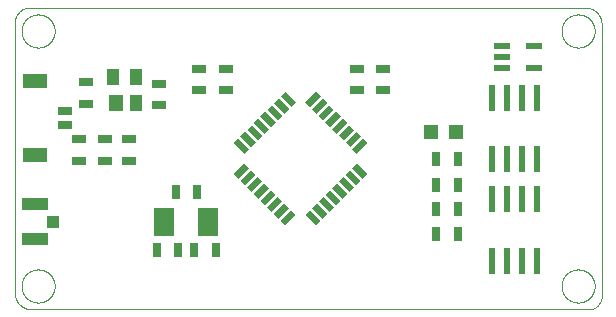
<source format=gtp>
G75*
%MOIN*%
%OFA0B0*%
%FSLAX25Y25*%
%IPPOS*%
%LPD*%
%AMOC8*
5,1,8,0,0,1.08239X$1,22.5*
%
%ADD10C,0.00000*%
%ADD11R,0.04724X0.03150*%
%ADD12R,0.05000X0.02500*%
%ADD13R,0.07874X0.05000*%
%ADD14R,0.03150X0.04724*%
%ADD15R,0.02400X0.08700*%
%ADD16R,0.05000X0.02200*%
%ADD17R,0.02200X0.05000*%
%ADD18R,0.04724X0.04724*%
%ADD19R,0.03937X0.05669*%
%ADD20R,0.04724X0.05669*%
%ADD21R,0.08661X0.04134*%
%ADD22R,0.04134X0.03937*%
%ADD23R,0.06693X0.09449*%
%ADD24R,0.05200X0.02200*%
D10*
X0007281Y0007687D02*
X0193531Y0007687D01*
X0193531Y0007688D02*
X0193663Y0007712D01*
X0193793Y0007741D01*
X0193923Y0007773D01*
X0194052Y0007809D01*
X0194180Y0007849D01*
X0194306Y0007892D01*
X0194431Y0007939D01*
X0194555Y0007990D01*
X0194677Y0008044D01*
X0194798Y0008102D01*
X0194917Y0008164D01*
X0195034Y0008228D01*
X0195149Y0008296D01*
X0195262Y0008368D01*
X0195373Y0008443D01*
X0195482Y0008520D01*
X0195588Y0008601D01*
X0195692Y0008686D01*
X0195794Y0008773D01*
X0195893Y0008863D01*
X0195989Y0008955D01*
X0196082Y0009051D01*
X0196173Y0009149D01*
X0196261Y0009250D01*
X0196346Y0009353D01*
X0196428Y0009459D01*
X0196506Y0009567D01*
X0196582Y0009678D01*
X0196654Y0009790D01*
X0196723Y0009905D01*
X0196789Y0010021D01*
X0196851Y0010140D01*
X0196910Y0010260D01*
X0196965Y0010382D01*
X0197017Y0010505D01*
X0197065Y0010630D01*
X0197109Y0010756D01*
X0197150Y0010884D01*
X0197187Y0011012D01*
X0197220Y0011142D01*
X0197249Y0011272D01*
X0197275Y0011403D01*
X0197297Y0011535D01*
X0197315Y0011668D01*
X0197329Y0011801D01*
X0197339Y0011934D01*
X0197346Y0012068D01*
X0197348Y0012202D01*
X0197347Y0012335D01*
X0197341Y0012469D01*
X0197332Y0012602D01*
X0197319Y0012735D01*
X0197302Y0012868D01*
X0197281Y0013000D01*
X0197281Y0103000D01*
X0197275Y0103146D01*
X0197265Y0103291D01*
X0197251Y0103436D01*
X0197233Y0103581D01*
X0197212Y0103725D01*
X0197186Y0103868D01*
X0197157Y0104011D01*
X0197124Y0104153D01*
X0197087Y0104294D01*
X0197047Y0104434D01*
X0197003Y0104572D01*
X0196955Y0104710D01*
X0196903Y0104846D01*
X0196848Y0104981D01*
X0196790Y0105114D01*
X0196727Y0105246D01*
X0196662Y0105376D01*
X0196593Y0105504D01*
X0196520Y0105631D01*
X0196444Y0105755D01*
X0196365Y0105877D01*
X0196283Y0105997D01*
X0196197Y0106115D01*
X0196109Y0106231D01*
X0196017Y0106344D01*
X0195922Y0106455D01*
X0195825Y0106563D01*
X0195724Y0106668D01*
X0195621Y0106771D01*
X0195515Y0106871D01*
X0195407Y0106968D01*
X0195296Y0107063D01*
X0195182Y0107154D01*
X0195066Y0107242D01*
X0194948Y0107327D01*
X0194828Y0107409D01*
X0194705Y0107488D01*
X0194580Y0107563D01*
X0194454Y0107635D01*
X0194325Y0107704D01*
X0194195Y0107769D01*
X0194063Y0107830D01*
X0193929Y0107889D01*
X0193794Y0107943D01*
X0193658Y0107994D01*
X0193520Y0108041D01*
X0193381Y0108085D01*
X0193241Y0108125D01*
X0193100Y0108161D01*
X0192958Y0108194D01*
X0192815Y0108222D01*
X0192672Y0108247D01*
X0192528Y0108268D01*
X0192383Y0108285D01*
X0192238Y0108298D01*
X0192093Y0108308D01*
X0191947Y0108313D01*
X0191801Y0108315D01*
X0191656Y0108313D01*
X0191656Y0108312D02*
X0006656Y0108312D01*
X0006516Y0108310D01*
X0006376Y0108304D01*
X0006236Y0108294D01*
X0006096Y0108281D01*
X0005957Y0108263D01*
X0005818Y0108241D01*
X0005681Y0108216D01*
X0005543Y0108187D01*
X0005407Y0108154D01*
X0005272Y0108117D01*
X0005138Y0108076D01*
X0005005Y0108031D01*
X0004873Y0107983D01*
X0004743Y0107931D01*
X0004614Y0107876D01*
X0004487Y0107817D01*
X0004361Y0107754D01*
X0004237Y0107688D01*
X0004116Y0107619D01*
X0003996Y0107546D01*
X0003878Y0107469D01*
X0003763Y0107390D01*
X0003649Y0107307D01*
X0003539Y0107221D01*
X0003430Y0107132D01*
X0003324Y0107040D01*
X0003221Y0106945D01*
X0003120Y0106848D01*
X0003023Y0106747D01*
X0002928Y0106644D01*
X0002836Y0106538D01*
X0002747Y0106429D01*
X0002661Y0106319D01*
X0002578Y0106205D01*
X0002499Y0106090D01*
X0002422Y0105972D01*
X0002349Y0105852D01*
X0002280Y0105731D01*
X0002214Y0105607D01*
X0002151Y0105481D01*
X0002092Y0105354D01*
X0002037Y0105225D01*
X0001985Y0105095D01*
X0001937Y0104963D01*
X0001892Y0104830D01*
X0001851Y0104696D01*
X0001814Y0104561D01*
X0001781Y0104425D01*
X0001752Y0104287D01*
X0001727Y0104150D01*
X0001705Y0104011D01*
X0001687Y0103872D01*
X0001674Y0103732D01*
X0001664Y0103592D01*
X0001658Y0103452D01*
X0001656Y0103312D01*
X0001656Y0013312D01*
X0001658Y0013165D01*
X0001664Y0013018D01*
X0001673Y0012871D01*
X0001687Y0012724D01*
X0001704Y0012578D01*
X0001725Y0012432D01*
X0001750Y0012287D01*
X0001779Y0012142D01*
X0001811Y0011999D01*
X0001848Y0011856D01*
X0001888Y0011714D01*
X0001931Y0011574D01*
X0001979Y0011434D01*
X0002030Y0011296D01*
X0002084Y0011159D01*
X0002142Y0011024D01*
X0002204Y0010890D01*
X0002269Y0010758D01*
X0002338Y0010628D01*
X0002410Y0010499D01*
X0002485Y0010373D01*
X0002563Y0010248D01*
X0002645Y0010126D01*
X0002730Y0010006D01*
X0002818Y0009888D01*
X0002910Y0009772D01*
X0003004Y0009659D01*
X0003101Y0009548D01*
X0003201Y0009440D01*
X0003304Y0009335D01*
X0003409Y0009232D01*
X0003517Y0009132D01*
X0003628Y0009035D01*
X0003741Y0008941D01*
X0003857Y0008849D01*
X0003975Y0008761D01*
X0004095Y0008676D01*
X0004217Y0008594D01*
X0004342Y0008516D01*
X0004469Y0008441D01*
X0004597Y0008369D01*
X0004727Y0008300D01*
X0004859Y0008235D01*
X0004993Y0008173D01*
X0005128Y0008115D01*
X0005265Y0008061D01*
X0005403Y0008010D01*
X0005543Y0007962D01*
X0005683Y0007919D01*
X0005825Y0007879D01*
X0005968Y0007842D01*
X0006111Y0007810D01*
X0006256Y0007781D01*
X0006401Y0007756D01*
X0006547Y0007735D01*
X0006693Y0007718D01*
X0006840Y0007704D01*
X0006987Y0007695D01*
X0007134Y0007689D01*
X0007281Y0007687D01*
X0003957Y0015500D02*
X0003959Y0015648D01*
X0003965Y0015796D01*
X0003975Y0015944D01*
X0003989Y0016091D01*
X0004007Y0016238D01*
X0004028Y0016384D01*
X0004054Y0016530D01*
X0004084Y0016675D01*
X0004117Y0016819D01*
X0004155Y0016962D01*
X0004196Y0017104D01*
X0004241Y0017245D01*
X0004289Y0017385D01*
X0004342Y0017524D01*
X0004398Y0017661D01*
X0004458Y0017796D01*
X0004521Y0017930D01*
X0004588Y0018062D01*
X0004659Y0018192D01*
X0004733Y0018320D01*
X0004810Y0018446D01*
X0004891Y0018570D01*
X0004975Y0018692D01*
X0005062Y0018811D01*
X0005153Y0018928D01*
X0005247Y0019043D01*
X0005343Y0019155D01*
X0005443Y0019265D01*
X0005545Y0019371D01*
X0005651Y0019475D01*
X0005759Y0019576D01*
X0005870Y0019674D01*
X0005983Y0019770D01*
X0006099Y0019862D01*
X0006217Y0019951D01*
X0006338Y0020036D01*
X0006461Y0020119D01*
X0006586Y0020198D01*
X0006713Y0020274D01*
X0006842Y0020346D01*
X0006973Y0020415D01*
X0007106Y0020480D01*
X0007241Y0020541D01*
X0007377Y0020599D01*
X0007514Y0020654D01*
X0007653Y0020704D01*
X0007794Y0020751D01*
X0007935Y0020794D01*
X0008078Y0020834D01*
X0008222Y0020869D01*
X0008366Y0020901D01*
X0008512Y0020928D01*
X0008658Y0020952D01*
X0008805Y0020972D01*
X0008952Y0020988D01*
X0009099Y0021000D01*
X0009247Y0021008D01*
X0009395Y0021012D01*
X0009543Y0021012D01*
X0009691Y0021008D01*
X0009839Y0021000D01*
X0009986Y0020988D01*
X0010133Y0020972D01*
X0010280Y0020952D01*
X0010426Y0020928D01*
X0010572Y0020901D01*
X0010716Y0020869D01*
X0010860Y0020834D01*
X0011003Y0020794D01*
X0011144Y0020751D01*
X0011285Y0020704D01*
X0011424Y0020654D01*
X0011561Y0020599D01*
X0011697Y0020541D01*
X0011832Y0020480D01*
X0011965Y0020415D01*
X0012096Y0020346D01*
X0012225Y0020274D01*
X0012352Y0020198D01*
X0012477Y0020119D01*
X0012600Y0020036D01*
X0012721Y0019951D01*
X0012839Y0019862D01*
X0012955Y0019770D01*
X0013068Y0019674D01*
X0013179Y0019576D01*
X0013287Y0019475D01*
X0013393Y0019371D01*
X0013495Y0019265D01*
X0013595Y0019155D01*
X0013691Y0019043D01*
X0013785Y0018928D01*
X0013876Y0018811D01*
X0013963Y0018692D01*
X0014047Y0018570D01*
X0014128Y0018446D01*
X0014205Y0018320D01*
X0014279Y0018192D01*
X0014350Y0018062D01*
X0014417Y0017930D01*
X0014480Y0017796D01*
X0014540Y0017661D01*
X0014596Y0017524D01*
X0014649Y0017385D01*
X0014697Y0017245D01*
X0014742Y0017104D01*
X0014783Y0016962D01*
X0014821Y0016819D01*
X0014854Y0016675D01*
X0014884Y0016530D01*
X0014910Y0016384D01*
X0014931Y0016238D01*
X0014949Y0016091D01*
X0014963Y0015944D01*
X0014973Y0015796D01*
X0014979Y0015648D01*
X0014981Y0015500D01*
X0014979Y0015352D01*
X0014973Y0015204D01*
X0014963Y0015056D01*
X0014949Y0014909D01*
X0014931Y0014762D01*
X0014910Y0014616D01*
X0014884Y0014470D01*
X0014854Y0014325D01*
X0014821Y0014181D01*
X0014783Y0014038D01*
X0014742Y0013896D01*
X0014697Y0013755D01*
X0014649Y0013615D01*
X0014596Y0013476D01*
X0014540Y0013339D01*
X0014480Y0013204D01*
X0014417Y0013070D01*
X0014350Y0012938D01*
X0014279Y0012808D01*
X0014205Y0012680D01*
X0014128Y0012554D01*
X0014047Y0012430D01*
X0013963Y0012308D01*
X0013876Y0012189D01*
X0013785Y0012072D01*
X0013691Y0011957D01*
X0013595Y0011845D01*
X0013495Y0011735D01*
X0013393Y0011629D01*
X0013287Y0011525D01*
X0013179Y0011424D01*
X0013068Y0011326D01*
X0012955Y0011230D01*
X0012839Y0011138D01*
X0012721Y0011049D01*
X0012600Y0010964D01*
X0012477Y0010881D01*
X0012352Y0010802D01*
X0012225Y0010726D01*
X0012096Y0010654D01*
X0011965Y0010585D01*
X0011832Y0010520D01*
X0011697Y0010459D01*
X0011561Y0010401D01*
X0011424Y0010346D01*
X0011285Y0010296D01*
X0011144Y0010249D01*
X0011003Y0010206D01*
X0010860Y0010166D01*
X0010716Y0010131D01*
X0010572Y0010099D01*
X0010426Y0010072D01*
X0010280Y0010048D01*
X0010133Y0010028D01*
X0009986Y0010012D01*
X0009839Y0010000D01*
X0009691Y0009992D01*
X0009543Y0009988D01*
X0009395Y0009988D01*
X0009247Y0009992D01*
X0009099Y0010000D01*
X0008952Y0010012D01*
X0008805Y0010028D01*
X0008658Y0010048D01*
X0008512Y0010072D01*
X0008366Y0010099D01*
X0008222Y0010131D01*
X0008078Y0010166D01*
X0007935Y0010206D01*
X0007794Y0010249D01*
X0007653Y0010296D01*
X0007514Y0010346D01*
X0007377Y0010401D01*
X0007241Y0010459D01*
X0007106Y0010520D01*
X0006973Y0010585D01*
X0006842Y0010654D01*
X0006713Y0010726D01*
X0006586Y0010802D01*
X0006461Y0010881D01*
X0006338Y0010964D01*
X0006217Y0011049D01*
X0006099Y0011138D01*
X0005983Y0011230D01*
X0005870Y0011326D01*
X0005759Y0011424D01*
X0005651Y0011525D01*
X0005545Y0011629D01*
X0005443Y0011735D01*
X0005343Y0011845D01*
X0005247Y0011957D01*
X0005153Y0012072D01*
X0005062Y0012189D01*
X0004975Y0012308D01*
X0004891Y0012430D01*
X0004810Y0012554D01*
X0004733Y0012680D01*
X0004659Y0012808D01*
X0004588Y0012938D01*
X0004521Y0013070D01*
X0004458Y0013204D01*
X0004398Y0013339D01*
X0004342Y0013476D01*
X0004289Y0013615D01*
X0004241Y0013755D01*
X0004196Y0013896D01*
X0004155Y0014038D01*
X0004117Y0014181D01*
X0004084Y0014325D01*
X0004054Y0014470D01*
X0004028Y0014616D01*
X0004007Y0014762D01*
X0003989Y0014909D01*
X0003975Y0015056D01*
X0003965Y0015204D01*
X0003959Y0015352D01*
X0003957Y0015500D01*
X0183957Y0015500D02*
X0183959Y0015648D01*
X0183965Y0015796D01*
X0183975Y0015944D01*
X0183989Y0016091D01*
X0184007Y0016238D01*
X0184028Y0016384D01*
X0184054Y0016530D01*
X0184084Y0016675D01*
X0184117Y0016819D01*
X0184155Y0016962D01*
X0184196Y0017104D01*
X0184241Y0017245D01*
X0184289Y0017385D01*
X0184342Y0017524D01*
X0184398Y0017661D01*
X0184458Y0017796D01*
X0184521Y0017930D01*
X0184588Y0018062D01*
X0184659Y0018192D01*
X0184733Y0018320D01*
X0184810Y0018446D01*
X0184891Y0018570D01*
X0184975Y0018692D01*
X0185062Y0018811D01*
X0185153Y0018928D01*
X0185247Y0019043D01*
X0185343Y0019155D01*
X0185443Y0019265D01*
X0185545Y0019371D01*
X0185651Y0019475D01*
X0185759Y0019576D01*
X0185870Y0019674D01*
X0185983Y0019770D01*
X0186099Y0019862D01*
X0186217Y0019951D01*
X0186338Y0020036D01*
X0186461Y0020119D01*
X0186586Y0020198D01*
X0186713Y0020274D01*
X0186842Y0020346D01*
X0186973Y0020415D01*
X0187106Y0020480D01*
X0187241Y0020541D01*
X0187377Y0020599D01*
X0187514Y0020654D01*
X0187653Y0020704D01*
X0187794Y0020751D01*
X0187935Y0020794D01*
X0188078Y0020834D01*
X0188222Y0020869D01*
X0188366Y0020901D01*
X0188512Y0020928D01*
X0188658Y0020952D01*
X0188805Y0020972D01*
X0188952Y0020988D01*
X0189099Y0021000D01*
X0189247Y0021008D01*
X0189395Y0021012D01*
X0189543Y0021012D01*
X0189691Y0021008D01*
X0189839Y0021000D01*
X0189986Y0020988D01*
X0190133Y0020972D01*
X0190280Y0020952D01*
X0190426Y0020928D01*
X0190572Y0020901D01*
X0190716Y0020869D01*
X0190860Y0020834D01*
X0191003Y0020794D01*
X0191144Y0020751D01*
X0191285Y0020704D01*
X0191424Y0020654D01*
X0191561Y0020599D01*
X0191697Y0020541D01*
X0191832Y0020480D01*
X0191965Y0020415D01*
X0192096Y0020346D01*
X0192225Y0020274D01*
X0192352Y0020198D01*
X0192477Y0020119D01*
X0192600Y0020036D01*
X0192721Y0019951D01*
X0192839Y0019862D01*
X0192955Y0019770D01*
X0193068Y0019674D01*
X0193179Y0019576D01*
X0193287Y0019475D01*
X0193393Y0019371D01*
X0193495Y0019265D01*
X0193595Y0019155D01*
X0193691Y0019043D01*
X0193785Y0018928D01*
X0193876Y0018811D01*
X0193963Y0018692D01*
X0194047Y0018570D01*
X0194128Y0018446D01*
X0194205Y0018320D01*
X0194279Y0018192D01*
X0194350Y0018062D01*
X0194417Y0017930D01*
X0194480Y0017796D01*
X0194540Y0017661D01*
X0194596Y0017524D01*
X0194649Y0017385D01*
X0194697Y0017245D01*
X0194742Y0017104D01*
X0194783Y0016962D01*
X0194821Y0016819D01*
X0194854Y0016675D01*
X0194884Y0016530D01*
X0194910Y0016384D01*
X0194931Y0016238D01*
X0194949Y0016091D01*
X0194963Y0015944D01*
X0194973Y0015796D01*
X0194979Y0015648D01*
X0194981Y0015500D01*
X0194979Y0015352D01*
X0194973Y0015204D01*
X0194963Y0015056D01*
X0194949Y0014909D01*
X0194931Y0014762D01*
X0194910Y0014616D01*
X0194884Y0014470D01*
X0194854Y0014325D01*
X0194821Y0014181D01*
X0194783Y0014038D01*
X0194742Y0013896D01*
X0194697Y0013755D01*
X0194649Y0013615D01*
X0194596Y0013476D01*
X0194540Y0013339D01*
X0194480Y0013204D01*
X0194417Y0013070D01*
X0194350Y0012938D01*
X0194279Y0012808D01*
X0194205Y0012680D01*
X0194128Y0012554D01*
X0194047Y0012430D01*
X0193963Y0012308D01*
X0193876Y0012189D01*
X0193785Y0012072D01*
X0193691Y0011957D01*
X0193595Y0011845D01*
X0193495Y0011735D01*
X0193393Y0011629D01*
X0193287Y0011525D01*
X0193179Y0011424D01*
X0193068Y0011326D01*
X0192955Y0011230D01*
X0192839Y0011138D01*
X0192721Y0011049D01*
X0192600Y0010964D01*
X0192477Y0010881D01*
X0192352Y0010802D01*
X0192225Y0010726D01*
X0192096Y0010654D01*
X0191965Y0010585D01*
X0191832Y0010520D01*
X0191697Y0010459D01*
X0191561Y0010401D01*
X0191424Y0010346D01*
X0191285Y0010296D01*
X0191144Y0010249D01*
X0191003Y0010206D01*
X0190860Y0010166D01*
X0190716Y0010131D01*
X0190572Y0010099D01*
X0190426Y0010072D01*
X0190280Y0010048D01*
X0190133Y0010028D01*
X0189986Y0010012D01*
X0189839Y0010000D01*
X0189691Y0009992D01*
X0189543Y0009988D01*
X0189395Y0009988D01*
X0189247Y0009992D01*
X0189099Y0010000D01*
X0188952Y0010012D01*
X0188805Y0010028D01*
X0188658Y0010048D01*
X0188512Y0010072D01*
X0188366Y0010099D01*
X0188222Y0010131D01*
X0188078Y0010166D01*
X0187935Y0010206D01*
X0187794Y0010249D01*
X0187653Y0010296D01*
X0187514Y0010346D01*
X0187377Y0010401D01*
X0187241Y0010459D01*
X0187106Y0010520D01*
X0186973Y0010585D01*
X0186842Y0010654D01*
X0186713Y0010726D01*
X0186586Y0010802D01*
X0186461Y0010881D01*
X0186338Y0010964D01*
X0186217Y0011049D01*
X0186099Y0011138D01*
X0185983Y0011230D01*
X0185870Y0011326D01*
X0185759Y0011424D01*
X0185651Y0011525D01*
X0185545Y0011629D01*
X0185443Y0011735D01*
X0185343Y0011845D01*
X0185247Y0011957D01*
X0185153Y0012072D01*
X0185062Y0012189D01*
X0184975Y0012308D01*
X0184891Y0012430D01*
X0184810Y0012554D01*
X0184733Y0012680D01*
X0184659Y0012808D01*
X0184588Y0012938D01*
X0184521Y0013070D01*
X0184458Y0013204D01*
X0184398Y0013339D01*
X0184342Y0013476D01*
X0184289Y0013615D01*
X0184241Y0013755D01*
X0184196Y0013896D01*
X0184155Y0014038D01*
X0184117Y0014181D01*
X0184084Y0014325D01*
X0184054Y0014470D01*
X0184028Y0014616D01*
X0184007Y0014762D01*
X0183989Y0014909D01*
X0183975Y0015056D01*
X0183965Y0015204D01*
X0183959Y0015352D01*
X0183957Y0015500D01*
X0183957Y0100500D02*
X0183959Y0100648D01*
X0183965Y0100796D01*
X0183975Y0100944D01*
X0183989Y0101091D01*
X0184007Y0101238D01*
X0184028Y0101384D01*
X0184054Y0101530D01*
X0184084Y0101675D01*
X0184117Y0101819D01*
X0184155Y0101962D01*
X0184196Y0102104D01*
X0184241Y0102245D01*
X0184289Y0102385D01*
X0184342Y0102524D01*
X0184398Y0102661D01*
X0184458Y0102796D01*
X0184521Y0102930D01*
X0184588Y0103062D01*
X0184659Y0103192D01*
X0184733Y0103320D01*
X0184810Y0103446D01*
X0184891Y0103570D01*
X0184975Y0103692D01*
X0185062Y0103811D01*
X0185153Y0103928D01*
X0185247Y0104043D01*
X0185343Y0104155D01*
X0185443Y0104265D01*
X0185545Y0104371D01*
X0185651Y0104475D01*
X0185759Y0104576D01*
X0185870Y0104674D01*
X0185983Y0104770D01*
X0186099Y0104862D01*
X0186217Y0104951D01*
X0186338Y0105036D01*
X0186461Y0105119D01*
X0186586Y0105198D01*
X0186713Y0105274D01*
X0186842Y0105346D01*
X0186973Y0105415D01*
X0187106Y0105480D01*
X0187241Y0105541D01*
X0187377Y0105599D01*
X0187514Y0105654D01*
X0187653Y0105704D01*
X0187794Y0105751D01*
X0187935Y0105794D01*
X0188078Y0105834D01*
X0188222Y0105869D01*
X0188366Y0105901D01*
X0188512Y0105928D01*
X0188658Y0105952D01*
X0188805Y0105972D01*
X0188952Y0105988D01*
X0189099Y0106000D01*
X0189247Y0106008D01*
X0189395Y0106012D01*
X0189543Y0106012D01*
X0189691Y0106008D01*
X0189839Y0106000D01*
X0189986Y0105988D01*
X0190133Y0105972D01*
X0190280Y0105952D01*
X0190426Y0105928D01*
X0190572Y0105901D01*
X0190716Y0105869D01*
X0190860Y0105834D01*
X0191003Y0105794D01*
X0191144Y0105751D01*
X0191285Y0105704D01*
X0191424Y0105654D01*
X0191561Y0105599D01*
X0191697Y0105541D01*
X0191832Y0105480D01*
X0191965Y0105415D01*
X0192096Y0105346D01*
X0192225Y0105274D01*
X0192352Y0105198D01*
X0192477Y0105119D01*
X0192600Y0105036D01*
X0192721Y0104951D01*
X0192839Y0104862D01*
X0192955Y0104770D01*
X0193068Y0104674D01*
X0193179Y0104576D01*
X0193287Y0104475D01*
X0193393Y0104371D01*
X0193495Y0104265D01*
X0193595Y0104155D01*
X0193691Y0104043D01*
X0193785Y0103928D01*
X0193876Y0103811D01*
X0193963Y0103692D01*
X0194047Y0103570D01*
X0194128Y0103446D01*
X0194205Y0103320D01*
X0194279Y0103192D01*
X0194350Y0103062D01*
X0194417Y0102930D01*
X0194480Y0102796D01*
X0194540Y0102661D01*
X0194596Y0102524D01*
X0194649Y0102385D01*
X0194697Y0102245D01*
X0194742Y0102104D01*
X0194783Y0101962D01*
X0194821Y0101819D01*
X0194854Y0101675D01*
X0194884Y0101530D01*
X0194910Y0101384D01*
X0194931Y0101238D01*
X0194949Y0101091D01*
X0194963Y0100944D01*
X0194973Y0100796D01*
X0194979Y0100648D01*
X0194981Y0100500D01*
X0194979Y0100352D01*
X0194973Y0100204D01*
X0194963Y0100056D01*
X0194949Y0099909D01*
X0194931Y0099762D01*
X0194910Y0099616D01*
X0194884Y0099470D01*
X0194854Y0099325D01*
X0194821Y0099181D01*
X0194783Y0099038D01*
X0194742Y0098896D01*
X0194697Y0098755D01*
X0194649Y0098615D01*
X0194596Y0098476D01*
X0194540Y0098339D01*
X0194480Y0098204D01*
X0194417Y0098070D01*
X0194350Y0097938D01*
X0194279Y0097808D01*
X0194205Y0097680D01*
X0194128Y0097554D01*
X0194047Y0097430D01*
X0193963Y0097308D01*
X0193876Y0097189D01*
X0193785Y0097072D01*
X0193691Y0096957D01*
X0193595Y0096845D01*
X0193495Y0096735D01*
X0193393Y0096629D01*
X0193287Y0096525D01*
X0193179Y0096424D01*
X0193068Y0096326D01*
X0192955Y0096230D01*
X0192839Y0096138D01*
X0192721Y0096049D01*
X0192600Y0095964D01*
X0192477Y0095881D01*
X0192352Y0095802D01*
X0192225Y0095726D01*
X0192096Y0095654D01*
X0191965Y0095585D01*
X0191832Y0095520D01*
X0191697Y0095459D01*
X0191561Y0095401D01*
X0191424Y0095346D01*
X0191285Y0095296D01*
X0191144Y0095249D01*
X0191003Y0095206D01*
X0190860Y0095166D01*
X0190716Y0095131D01*
X0190572Y0095099D01*
X0190426Y0095072D01*
X0190280Y0095048D01*
X0190133Y0095028D01*
X0189986Y0095012D01*
X0189839Y0095000D01*
X0189691Y0094992D01*
X0189543Y0094988D01*
X0189395Y0094988D01*
X0189247Y0094992D01*
X0189099Y0095000D01*
X0188952Y0095012D01*
X0188805Y0095028D01*
X0188658Y0095048D01*
X0188512Y0095072D01*
X0188366Y0095099D01*
X0188222Y0095131D01*
X0188078Y0095166D01*
X0187935Y0095206D01*
X0187794Y0095249D01*
X0187653Y0095296D01*
X0187514Y0095346D01*
X0187377Y0095401D01*
X0187241Y0095459D01*
X0187106Y0095520D01*
X0186973Y0095585D01*
X0186842Y0095654D01*
X0186713Y0095726D01*
X0186586Y0095802D01*
X0186461Y0095881D01*
X0186338Y0095964D01*
X0186217Y0096049D01*
X0186099Y0096138D01*
X0185983Y0096230D01*
X0185870Y0096326D01*
X0185759Y0096424D01*
X0185651Y0096525D01*
X0185545Y0096629D01*
X0185443Y0096735D01*
X0185343Y0096845D01*
X0185247Y0096957D01*
X0185153Y0097072D01*
X0185062Y0097189D01*
X0184975Y0097308D01*
X0184891Y0097430D01*
X0184810Y0097554D01*
X0184733Y0097680D01*
X0184659Y0097808D01*
X0184588Y0097938D01*
X0184521Y0098070D01*
X0184458Y0098204D01*
X0184398Y0098339D01*
X0184342Y0098476D01*
X0184289Y0098615D01*
X0184241Y0098755D01*
X0184196Y0098896D01*
X0184155Y0099038D01*
X0184117Y0099181D01*
X0184084Y0099325D01*
X0184054Y0099470D01*
X0184028Y0099616D01*
X0184007Y0099762D01*
X0183989Y0099909D01*
X0183975Y0100056D01*
X0183965Y0100204D01*
X0183959Y0100352D01*
X0183957Y0100500D01*
X0003957Y0100500D02*
X0003959Y0100648D01*
X0003965Y0100796D01*
X0003975Y0100944D01*
X0003989Y0101091D01*
X0004007Y0101238D01*
X0004028Y0101384D01*
X0004054Y0101530D01*
X0004084Y0101675D01*
X0004117Y0101819D01*
X0004155Y0101962D01*
X0004196Y0102104D01*
X0004241Y0102245D01*
X0004289Y0102385D01*
X0004342Y0102524D01*
X0004398Y0102661D01*
X0004458Y0102796D01*
X0004521Y0102930D01*
X0004588Y0103062D01*
X0004659Y0103192D01*
X0004733Y0103320D01*
X0004810Y0103446D01*
X0004891Y0103570D01*
X0004975Y0103692D01*
X0005062Y0103811D01*
X0005153Y0103928D01*
X0005247Y0104043D01*
X0005343Y0104155D01*
X0005443Y0104265D01*
X0005545Y0104371D01*
X0005651Y0104475D01*
X0005759Y0104576D01*
X0005870Y0104674D01*
X0005983Y0104770D01*
X0006099Y0104862D01*
X0006217Y0104951D01*
X0006338Y0105036D01*
X0006461Y0105119D01*
X0006586Y0105198D01*
X0006713Y0105274D01*
X0006842Y0105346D01*
X0006973Y0105415D01*
X0007106Y0105480D01*
X0007241Y0105541D01*
X0007377Y0105599D01*
X0007514Y0105654D01*
X0007653Y0105704D01*
X0007794Y0105751D01*
X0007935Y0105794D01*
X0008078Y0105834D01*
X0008222Y0105869D01*
X0008366Y0105901D01*
X0008512Y0105928D01*
X0008658Y0105952D01*
X0008805Y0105972D01*
X0008952Y0105988D01*
X0009099Y0106000D01*
X0009247Y0106008D01*
X0009395Y0106012D01*
X0009543Y0106012D01*
X0009691Y0106008D01*
X0009839Y0106000D01*
X0009986Y0105988D01*
X0010133Y0105972D01*
X0010280Y0105952D01*
X0010426Y0105928D01*
X0010572Y0105901D01*
X0010716Y0105869D01*
X0010860Y0105834D01*
X0011003Y0105794D01*
X0011144Y0105751D01*
X0011285Y0105704D01*
X0011424Y0105654D01*
X0011561Y0105599D01*
X0011697Y0105541D01*
X0011832Y0105480D01*
X0011965Y0105415D01*
X0012096Y0105346D01*
X0012225Y0105274D01*
X0012352Y0105198D01*
X0012477Y0105119D01*
X0012600Y0105036D01*
X0012721Y0104951D01*
X0012839Y0104862D01*
X0012955Y0104770D01*
X0013068Y0104674D01*
X0013179Y0104576D01*
X0013287Y0104475D01*
X0013393Y0104371D01*
X0013495Y0104265D01*
X0013595Y0104155D01*
X0013691Y0104043D01*
X0013785Y0103928D01*
X0013876Y0103811D01*
X0013963Y0103692D01*
X0014047Y0103570D01*
X0014128Y0103446D01*
X0014205Y0103320D01*
X0014279Y0103192D01*
X0014350Y0103062D01*
X0014417Y0102930D01*
X0014480Y0102796D01*
X0014540Y0102661D01*
X0014596Y0102524D01*
X0014649Y0102385D01*
X0014697Y0102245D01*
X0014742Y0102104D01*
X0014783Y0101962D01*
X0014821Y0101819D01*
X0014854Y0101675D01*
X0014884Y0101530D01*
X0014910Y0101384D01*
X0014931Y0101238D01*
X0014949Y0101091D01*
X0014963Y0100944D01*
X0014973Y0100796D01*
X0014979Y0100648D01*
X0014981Y0100500D01*
X0014979Y0100352D01*
X0014973Y0100204D01*
X0014963Y0100056D01*
X0014949Y0099909D01*
X0014931Y0099762D01*
X0014910Y0099616D01*
X0014884Y0099470D01*
X0014854Y0099325D01*
X0014821Y0099181D01*
X0014783Y0099038D01*
X0014742Y0098896D01*
X0014697Y0098755D01*
X0014649Y0098615D01*
X0014596Y0098476D01*
X0014540Y0098339D01*
X0014480Y0098204D01*
X0014417Y0098070D01*
X0014350Y0097938D01*
X0014279Y0097808D01*
X0014205Y0097680D01*
X0014128Y0097554D01*
X0014047Y0097430D01*
X0013963Y0097308D01*
X0013876Y0097189D01*
X0013785Y0097072D01*
X0013691Y0096957D01*
X0013595Y0096845D01*
X0013495Y0096735D01*
X0013393Y0096629D01*
X0013287Y0096525D01*
X0013179Y0096424D01*
X0013068Y0096326D01*
X0012955Y0096230D01*
X0012839Y0096138D01*
X0012721Y0096049D01*
X0012600Y0095964D01*
X0012477Y0095881D01*
X0012352Y0095802D01*
X0012225Y0095726D01*
X0012096Y0095654D01*
X0011965Y0095585D01*
X0011832Y0095520D01*
X0011697Y0095459D01*
X0011561Y0095401D01*
X0011424Y0095346D01*
X0011285Y0095296D01*
X0011144Y0095249D01*
X0011003Y0095206D01*
X0010860Y0095166D01*
X0010716Y0095131D01*
X0010572Y0095099D01*
X0010426Y0095072D01*
X0010280Y0095048D01*
X0010133Y0095028D01*
X0009986Y0095012D01*
X0009839Y0095000D01*
X0009691Y0094992D01*
X0009543Y0094988D01*
X0009395Y0094988D01*
X0009247Y0094992D01*
X0009099Y0095000D01*
X0008952Y0095012D01*
X0008805Y0095028D01*
X0008658Y0095048D01*
X0008512Y0095072D01*
X0008366Y0095099D01*
X0008222Y0095131D01*
X0008078Y0095166D01*
X0007935Y0095206D01*
X0007794Y0095249D01*
X0007653Y0095296D01*
X0007514Y0095346D01*
X0007377Y0095401D01*
X0007241Y0095459D01*
X0007106Y0095520D01*
X0006973Y0095585D01*
X0006842Y0095654D01*
X0006713Y0095726D01*
X0006586Y0095802D01*
X0006461Y0095881D01*
X0006338Y0095964D01*
X0006217Y0096049D01*
X0006099Y0096138D01*
X0005983Y0096230D01*
X0005870Y0096326D01*
X0005759Y0096424D01*
X0005651Y0096525D01*
X0005545Y0096629D01*
X0005443Y0096735D01*
X0005343Y0096845D01*
X0005247Y0096957D01*
X0005153Y0097072D01*
X0005062Y0097189D01*
X0004975Y0097308D01*
X0004891Y0097430D01*
X0004810Y0097554D01*
X0004733Y0097680D01*
X0004659Y0097808D01*
X0004588Y0097938D01*
X0004521Y0098070D01*
X0004458Y0098204D01*
X0004398Y0098339D01*
X0004342Y0098476D01*
X0004289Y0098615D01*
X0004241Y0098755D01*
X0004196Y0098896D01*
X0004155Y0099038D01*
X0004117Y0099181D01*
X0004084Y0099325D01*
X0004054Y0099470D01*
X0004028Y0099616D01*
X0004007Y0099762D01*
X0003989Y0099909D01*
X0003975Y0100056D01*
X0003965Y0100204D01*
X0003959Y0100352D01*
X0003957Y0100500D01*
D11*
X0025406Y0083418D03*
X0025406Y0076332D03*
X0049781Y0075707D03*
X0049781Y0082793D03*
X0063219Y0080707D03*
X0071969Y0080707D03*
X0071969Y0087793D03*
X0063219Y0087793D03*
X0039781Y0064356D03*
X0031656Y0064356D03*
X0023219Y0064356D03*
X0023219Y0057269D03*
X0031656Y0057269D03*
X0039781Y0057269D03*
X0115719Y0080707D03*
X0124469Y0080707D03*
X0124469Y0087793D03*
X0115719Y0087793D03*
D12*
X0018376Y0073974D03*
X0018376Y0069053D03*
D13*
X0008533Y0059211D03*
X0008533Y0083817D03*
D14*
X0055300Y0046750D03*
X0062387Y0046750D03*
X0061550Y0027375D03*
X0056137Y0027375D03*
X0049050Y0027375D03*
X0068637Y0027375D03*
X0142175Y0033000D03*
X0149262Y0033000D03*
X0149262Y0041125D03*
X0142175Y0041125D03*
X0142175Y0049250D03*
X0149262Y0049250D03*
X0149262Y0058000D03*
X0142175Y0058000D03*
D15*
X0160719Y0057700D03*
X0165719Y0057700D03*
X0170719Y0057700D03*
X0175719Y0057700D03*
X0175719Y0044550D03*
X0170719Y0044550D03*
X0165719Y0044550D03*
X0160719Y0044550D03*
X0160719Y0023950D03*
X0165719Y0023950D03*
X0170719Y0023950D03*
X0175719Y0023950D03*
X0175719Y0078300D03*
X0170719Y0078300D03*
X0165719Y0078300D03*
X0160719Y0078300D03*
D16*
G36*
X0117702Y0051300D02*
X0114168Y0054834D01*
X0115724Y0056390D01*
X0119258Y0052856D01*
X0117702Y0051300D01*
G37*
G36*
X0115475Y0049073D02*
X0111941Y0052607D01*
X0113497Y0054163D01*
X0117031Y0050629D01*
X0115475Y0049073D01*
G37*
G36*
X0113248Y0046846D02*
X0109714Y0050380D01*
X0111270Y0051936D01*
X0114804Y0048402D01*
X0113248Y0046846D01*
G37*
G36*
X0111021Y0044618D02*
X0107487Y0048152D01*
X0109043Y0049708D01*
X0112577Y0046174D01*
X0111021Y0044618D01*
G37*
G36*
X0108794Y0042391D02*
X0105260Y0045925D01*
X0106816Y0047481D01*
X0110350Y0043947D01*
X0108794Y0042391D01*
G37*
G36*
X0106567Y0040164D02*
X0103033Y0043698D01*
X0104589Y0045254D01*
X0108123Y0041720D01*
X0106567Y0040164D01*
G37*
G36*
X0104340Y0037937D02*
X0100806Y0041471D01*
X0102362Y0043027D01*
X0105896Y0039493D01*
X0104340Y0037937D01*
G37*
G36*
X0102113Y0035710D02*
X0098579Y0039244D01*
X0100135Y0040800D01*
X0103669Y0037266D01*
X0102113Y0035710D01*
G37*
G36*
X0078213Y0059610D02*
X0074679Y0063144D01*
X0076235Y0064700D01*
X0079769Y0061166D01*
X0078213Y0059610D01*
G37*
G36*
X0080440Y0061837D02*
X0076906Y0065371D01*
X0078462Y0066927D01*
X0081996Y0063393D01*
X0080440Y0061837D01*
G37*
G36*
X0082667Y0064064D02*
X0079133Y0067598D01*
X0080689Y0069154D01*
X0084223Y0065620D01*
X0082667Y0064064D01*
G37*
G36*
X0084894Y0066292D02*
X0081360Y0069826D01*
X0082916Y0071382D01*
X0086450Y0067848D01*
X0084894Y0066292D01*
G37*
G36*
X0087121Y0068519D02*
X0083587Y0072053D01*
X0085143Y0073609D01*
X0088677Y0070075D01*
X0087121Y0068519D01*
G37*
G36*
X0089348Y0070746D02*
X0085814Y0074280D01*
X0087370Y0075836D01*
X0090904Y0072302D01*
X0089348Y0070746D01*
G37*
G36*
X0091575Y0072973D02*
X0088041Y0076507D01*
X0089597Y0078063D01*
X0093131Y0074529D01*
X0091575Y0072973D01*
G37*
G36*
X0093802Y0075200D02*
X0090268Y0078734D01*
X0091824Y0080290D01*
X0095358Y0076756D01*
X0093802Y0075200D01*
G37*
D17*
G36*
X0100135Y0075200D02*
X0098579Y0076756D01*
X0102113Y0080290D01*
X0103669Y0078734D01*
X0100135Y0075200D01*
G37*
G36*
X0102362Y0072973D02*
X0100806Y0074529D01*
X0104340Y0078063D01*
X0105896Y0076507D01*
X0102362Y0072973D01*
G37*
G36*
X0104589Y0070746D02*
X0103033Y0072302D01*
X0106567Y0075836D01*
X0108123Y0074280D01*
X0104589Y0070746D01*
G37*
G36*
X0106816Y0068519D02*
X0105260Y0070075D01*
X0108794Y0073609D01*
X0110350Y0072053D01*
X0106816Y0068519D01*
G37*
G36*
X0109043Y0066292D02*
X0107487Y0067848D01*
X0111021Y0071382D01*
X0112577Y0069826D01*
X0109043Y0066292D01*
G37*
G36*
X0111270Y0064064D02*
X0109714Y0065620D01*
X0113248Y0069154D01*
X0114804Y0067598D01*
X0111270Y0064064D01*
G37*
G36*
X0113497Y0061837D02*
X0111941Y0063393D01*
X0115475Y0066927D01*
X0117031Y0065371D01*
X0113497Y0061837D01*
G37*
G36*
X0115724Y0059610D02*
X0114168Y0061166D01*
X0117702Y0064700D01*
X0119258Y0063144D01*
X0115724Y0059610D01*
G37*
G36*
X0082916Y0044618D02*
X0081360Y0046174D01*
X0084894Y0049708D01*
X0086450Y0048152D01*
X0082916Y0044618D01*
G37*
G36*
X0085143Y0042391D02*
X0083587Y0043947D01*
X0087121Y0047481D01*
X0088677Y0045925D01*
X0085143Y0042391D01*
G37*
G36*
X0087370Y0040164D02*
X0085814Y0041720D01*
X0089348Y0045254D01*
X0090904Y0043698D01*
X0087370Y0040164D01*
G37*
G36*
X0089597Y0037937D02*
X0088041Y0039493D01*
X0091575Y0043027D01*
X0093131Y0041471D01*
X0089597Y0037937D01*
G37*
G36*
X0091824Y0035710D02*
X0090268Y0037266D01*
X0093802Y0040800D01*
X0095358Y0039244D01*
X0091824Y0035710D01*
G37*
G36*
X0080689Y0046846D02*
X0079133Y0048402D01*
X0082667Y0051936D01*
X0084223Y0050380D01*
X0080689Y0046846D01*
G37*
G36*
X0078462Y0049073D02*
X0076906Y0050629D01*
X0080440Y0054163D01*
X0081996Y0052607D01*
X0078462Y0049073D01*
G37*
G36*
X0076235Y0051300D02*
X0074679Y0052856D01*
X0078213Y0056390D01*
X0079769Y0054834D01*
X0076235Y0051300D01*
G37*
D18*
X0140335Y0066750D03*
X0148602Y0066750D03*
D19*
X0041959Y0076482D03*
X0041959Y0085143D03*
X0034478Y0085143D03*
D20*
X0035266Y0076482D03*
D21*
X0008473Y0042757D03*
X0008473Y0031143D03*
D22*
X0014487Y0036950D03*
D23*
X0051560Y0036750D03*
X0066127Y0036750D03*
D24*
X0164069Y0088050D03*
X0164069Y0091750D03*
X0164069Y0095450D03*
X0174869Y0095450D03*
X0174869Y0088050D03*
M02*

</source>
